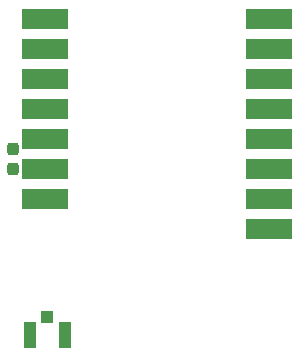
<source format=gbr>
%TF.GenerationSoftware,KiCad,Pcbnew,(6.0.8)*%
%TF.CreationDate,2023-06-03T22:28:48+01:00*%
%TF.ProjectId,circuit board design v2.1,63697263-7569-4742-9062-6f6172642064,rev?*%
%TF.SameCoordinates,Original*%
%TF.FileFunction,Paste,Bot*%
%TF.FilePolarity,Positive*%
%FSLAX46Y46*%
G04 Gerber Fmt 4.6, Leading zero omitted, Abs format (unit mm)*
G04 Created by KiCad (PCBNEW (6.0.8)) date 2023-06-03 22:28:48*
%MOMM*%
%LPD*%
G01*
G04 APERTURE LIST*
G04 Aperture macros list*
%AMRoundRect*
0 Rectangle with rounded corners*
0 $1 Rounding radius*
0 $2 $3 $4 $5 $6 $7 $8 $9 X,Y pos of 4 corners*
0 Add a 4 corners polygon primitive as box body*
4,1,4,$2,$3,$4,$5,$6,$7,$8,$9,$2,$3,0*
0 Add four circle primitives for the rounded corners*
1,1,$1+$1,$2,$3*
1,1,$1+$1,$4,$5*
1,1,$1+$1,$6,$7*
1,1,$1+$1,$8,$9*
0 Add four rect primitives between the rounded corners*
20,1,$1+$1,$2,$3,$4,$5,0*
20,1,$1+$1,$4,$5,$6,$7,0*
20,1,$1+$1,$6,$7,$8,$9,0*
20,1,$1+$1,$8,$9,$2,$3,0*%
G04 Aperture macros list end*
%ADD10R,4.000000X1.780000*%
%ADD11RoundRect,0.237500X0.237500X-0.300000X0.237500X0.300000X-0.237500X0.300000X-0.237500X-0.300000X0*%
%ADD12R,1.050000X2.200000*%
%ADD13R,1.050000X1.050000*%
G04 APERTURE END LIST*
D10*
%TO.C,U10*%
X26466000Y-70518000D03*
X26466000Y-67978000D03*
X26466000Y-65438000D03*
X26466000Y-62898000D03*
X26466000Y-60358000D03*
X26466000Y-57818000D03*
X26466000Y-55278000D03*
X45416000Y-55278000D03*
X45416000Y-57818000D03*
X45416000Y-60358000D03*
X45416000Y-62898000D03*
X45416000Y-65438000D03*
X45416000Y-67978000D03*
X45416000Y-70518000D03*
X45416000Y-73058000D03*
%TD*%
D11*
%TO.C,C27*%
X23749000Y-68019000D03*
X23749000Y-66294000D03*
%TD*%
D12*
%TO.C,J4*%
X28145000Y-82099500D03*
X25195000Y-82099500D03*
D13*
X26670000Y-80574500D03*
%TD*%
M02*

</source>
